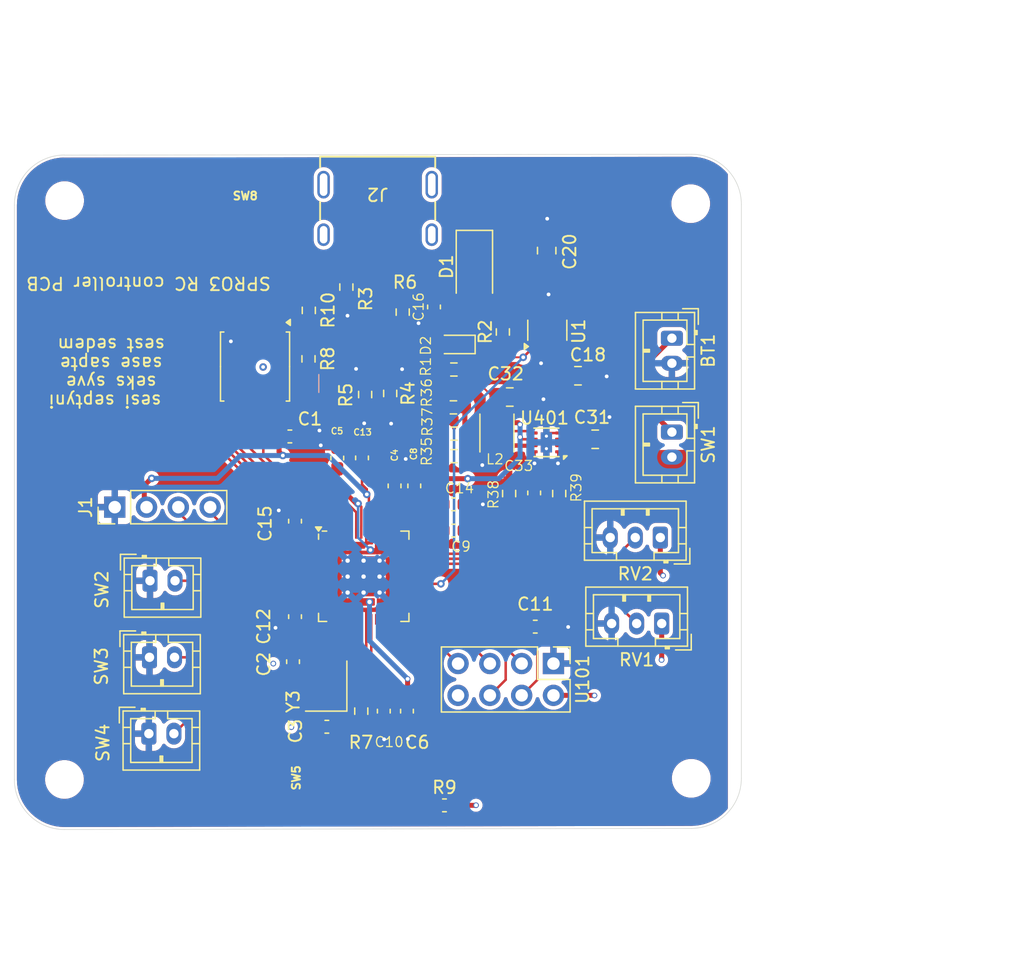
<source format=kicad_pcb>
(kicad_pcb (version 20241229) (generator "pcbnew") (generator_version "9.0")
  (layers (0 "F.Cu" signal) (4 "In1.Cu" signal) (6 "In2.Cu" signal) (2 "B.Cu" signal) (13 "F.Paste" user) (15 "B.Paste" user) (5 "F.SilkS" user "F.Silkscreen") (7 "B.SilkS" user "B.Silkscreen") (1 "F.Mask" user) (3 "B.Mask" user) (25 "Edge.Cuts" user))
  (net 0 "")
  (net 1 "VBAT")
  (net 2 "GND")
  (net 3 "VUSB")
  (net 4 "Net-(D1-A)")
  (net 5 "+1V1")
  (net 6 "/RP2040/XIN")
  (net 7 "+3V3")
  (net 8 "Net-(U401-SW)")
  (net 9 "Net-(U1-PROG)")
  (net 10 "Net-(U2-USB_DM)")
  (net 11 "Net-(U2-USB_DP)")
  (net 12 "/RP2040/XOUT")
  (net 13 "/RP2040/~{USB_BOOT}")
  (net 14 "/RP2040/QSPI_SS")
  (net 15 "Net-(U401-FB)")
  (net 16 "/RP2040/GPIO7")
  (net 17 "/RP2040/QSPI_SD2")
  (net 18 "/RP2040/QSPI_SD1")
  (net 19 "/RP2040/GPIO3")
  (net 20 "/RP2040/GPIO25")
  (net 21 "/RP2040/GPIO8")
  (net 22 "/RP2040/GPIO12")
  (net 23 "/RP2040/GPIO13")
  (net 24 "/RP2040/SWD")
  (net 25 "/RP2040/GPIO24")
  (net 26 "/RP2040/GPIO2")
  (net 27 "/RP2040/SWCLK")
  (net 28 "/RP2040/QSPI_SD0")
  (net 29 "/RP2040/QSPI_SCLK")
  (net 30 "/RP2040/QSPI_SD3")
  (net 31 "/RP2040/GPIO29_ADC3")
  (net 32 "/RP2040/GPIO23")
  (net 33 "/RP2040/GPIO14")
  (net 34 "/RP2040/GPIO15")
  (net 35 "/RP2040/GPIO10")
  (net 36 "/RP2040/GPIO17")
  (net 37 "/RP2040/GPIO9")
  (net 38 "Net-(C3-Pad1)")
  (net 41 "/BMS and power/D2_in")
  (net 42 "/RP2040/GPIO22")
  (net 43 "/RP2040/GPIO28_ADC2")
  (net 44 "/RP2040/RUN")
  (net 45 "/SCL")
  (net 46 "Net-(J2-CC2)")
  (net 48 "Net-(J2-DN1)")
  (net 49 "Net-(J2-DP1)")
  (net 50 "Net-(J2-CC1)")
  (net 52 "Net-(BT1-+)")
  (net 53 "/RP2040/GPIO11")
  (net 54 "/SDA")
  (net 55 "/AnaStk_1")
  (net 56 "/AnaStk_2")
  (net 57 "/Button1")
  (net 58 "/Button2")
  (net 59 "/Button3")
  (net 60 "/CE")
  (net 61 "/MISO")
  (net 62 "/MOSI")
  (net 63 "/CSN")
  (net 64 "/IRQ")
  (net 65 "/SCK")
  (footprint "Resistor_SMD:R_0603_1608Metric_Pad0.98x0.95mm_HandSolder" (layer "F.Cu") (at 144.625 88.85 -90)
    (property "Reference" "R7")
    (property "Value" "820R" (hide yes))
  )
  (footprint "Connector_JST:JST_PH_B2B-PH-K_1x02_P2.00mm_Vertical" (layer "F.Cu") (at 169.434625 59.05 -90)
    (property "Reference" "BT1")
    (property "Value" "Battery_Cell")
  )
  (footprint "Diode_SMD:Vishay_SMPA" (layer "F.Cu") (at 153.659625 53.45 -90)
    (property "Reference" "D1")
    (property "Value" "MSS1P3L-M3/89A" (hide yes))
  )
  (footprint "Capacitor_SMD:C_0603_1608Metric_Pad1.08x0.95mm_HandSolder" (layer "F.Cu") (at 146.425 88.85 -90)
    (property "Reference" "C10")
    (property "Value" "100n" (hide yes))
  )
  (footprint "Resistor_SMD:R_0603_1608Metric_Pad0.98x0.95mm_HandSolder" (layer "F.Cu") (at 152.022125 61.55 180)
    (property "Reference" "R1")
    (property "Value" "240")
  )
  (footprint "Resistor_SMD:R_0603_1608Metric_Pad0.98x0.95mm_HandSolder" (layer "F.Cu") (at 152.034625 68.475 180)
    (property "Reference" "R35")
    (property "Value" "100k" (hide yes))
  )
  (footprint "Capacitor_SMD:C_0603_1608Metric_Pad1.08x0.95mm_HandSolder" (layer "F.Cu") (at 147.284625 70.85 90)
    (property "Reference" "C4")
    (property "Value" "1u" (hide yes))
  )
  (footprint "Capacitor_SMD:C_0603_1608Metric_Pad1.08x0.95mm_HandSolder" (layer "F.Cu") (at 148.859625 70.85 90)
    (property "Reference" "C8")
    (property "Value" "1u" (hide yes))
  )
  (footprint "Package_SO:SOIC-8_5.3x5.3mm_P1.27mm" (layer "F.Cu") (at 136.139625 61.3125 -90)
    (property "Reference" "U3" (hide yes))
    (property "Value" "W25Q128JVS" (hide yes))
  )
  (footprint "Capacitor_SMD:C_0603_1608Metric_Pad1.08x0.95mm_HandSolder" (layer "F.Cu") (at 151.27 96.38)
    (property "Reference" "R9")
    (property "Value" "10k")
  )
  (footprint "Package_TO_SOT_SMD:SOT-23-5" (layer "F.Cu") (at 159.484625 58.4125 90)
    (property "Reference" "U1")
    (property "Value" "MCP73831-2-OT")
  )
  (footprint "Capacitor_SMD:C_0603_1608Metric_Pad1.08x0.95mm_HandSolder" (layer "F.Cu") (at 139.334625 73.67 90)
    (property "Reference" "C15")
    (property "Value" "100n" (hide yes))
  )
  (footprint "Resistor_SMD:R_0603_1608Metric_Pad0.98x0.95mm_HandSolder" (layer "F.Cu") (at 151.9861 64.575)
    (property "Reference" "R36")
    (property "Value" "51k" (hide yes))
  )
  (footprint "Capacitor_SMD:C_0603_1608Metric_Pad1.08x0.95mm_HandSolder" (layer "F.Cu") (at 142.709625 68.625 90)
    (property "Reference" "C5")
    (property "Value" "100n" (hide yes))
  )
  (footprint "Resistor_SMD:R_0603_1608Metric_Pad0.98x0.95mm_HandSolder" (layer "F.Cu") (at 140.434625 56.825 90)
    (property "Reference" "R10")
    (property "Value" "1k" (hide yes))
  )
  (footprint "Capacitor_SMD:C_0805_2012Metric_Pad1.18x1.45mm_HandSolder" (layer "F.Cu") (at 161.934625 62.05)
    (property "Reference" "C18")
    (property "Value" "4.7u")
  )
  (footprint "Main_PCB:SW_TL3342F160QG_TR" (layer "F.Cu") (at 135.225 50.925)
    (property "Reference" "SW8")
    (property "Value" "TL3342F160QG_TR")
  )
  (footprint "Package_DFN_QFN:QFN-56-1EP_7x7mm_P0.4mm_EP3.2x3.2mm" (layer "F.Cu") (at 144.822125 78.075)
    (property "Reference" "U2" (hide yes))
    (property "Value" "RP2040" (hide yes))
  )
  (footprint "Capacitor_SMD:C_0603_1608Metric_Pad1.08x0.95mm_HandSolder" (layer "F.Cu") (at 158.434625 71.4125 90)
    (property "Reference" "C33")
    (property "Value" "100n" (hide yes))
  )
  (footprint "Resistor_SMD:R_0603_1608Metric_Pad0.98x0.95mm_HandSolder" (layer "F.Cu") (at 143.434625 54.9625 -90)
    (property "Reference" "R3")
    (property "Value" "5.1k")
  )
  (footprint "Connector_JST:JST_PH_B2B-PH-K_1x02_P2.00mm_Vertical" (layer "F.Cu") (at 127.659625 90.65)
    (property "Reference" "SW4")
    (property "Value" "SW_Push")
  )
  (footprint "Connector_JST:JST_PH_B2B-PH-K_1x02_P2.00mm_Vertical" (layer "F.Cu") (at 169.434625 66.55 -90)
    (property "Reference" "SW1")
    (property "Value" "Bat_switch")
  )
  (footprint "Resistor_SMD:R_0603_1608Metric_Pad0.98x0.95mm_HandSolder" (layer "F.Cu") (at 144.934625 63.55 -90)
    (property "Reference" "R5")
    (property "Value" "27")
  )
  (footprint "Resistor_SMD:R_0603_1608Metric_Pad0.98x0.95mm_HandSolder" (layer "F.Cu") (at 147.934625 56.9625 -90)
    (property "Reference" "R6")
    (property "Value" "5.1k" (hide yes))
  )
  (footprint "Connector_JST:JST_PH_B3B-PH-K_1x03_P2.00mm_Vertical" (layer "F.Cu") (at 168.62 81.85 180)
    (property "Reference" "RV1")
    (property "Value" "4.7k")
  )
  (footprint "Capacitor_SMD:C_0805_2012Metric_Pad1.18x1.45mm_HandSolder" (layer "F.Cu") (at 156.4861 63.75)
    (property "Reference" "C32")
    (property "Value" "22u" (hide yes))
  )
  (footprint "Resistor_SMD:R_0603_1608Metric_Pad0.98x0.95mm_HandSolder" (layer "F.Cu") (at 160.434625 71.4625 -90)
    (property "Reference" "R39")
    (property "Value" "100k" (hide yes))
  )
  (footprint "Capacitor_SMD:C_0603_1608Metric_Pad1.08x0.95mm_HandSolder" (layer "F.Cu") (at 138.922125 66.9)
    (property "Reference" "C1")
    (property "Value" "100n" (hide yes))
  )
  (footprint "Capacitor_SMD:C_0603_1608Metric_Pad1.08x0.95mm_HandSolder" (layer "F.Cu") (at 139.334625 81.3 -90)
    (property "Reference" "C12")
    (property "Value" "100n" (hide yes))
  )
  (footprint "Resistor_SMD:R_0603_1608Metric_Pad0.98x0.95mm_HandSolder" (layer "F.Cu") (at 155.934625 58.55 -90)
    (property "Reference" "R2")
    (property "Value" "2k")
  )
  (footprint "Package_SON:WSON-8-1EP_2x2mm_P0.5mm_EP0.9x1.6mm_ThermalVias" (layer "F.Cu") (at 159.4111 67.375 180)
    (property "Reference" "U401")
    (property "Value" "TPS62170DSG" (hide yes))
  )
  (footprint "Capacitor_SMD:C_0603_1608Metric_Pad1.08x0.95mm_HandSolder" (layer "F.Cu") (at 158.522125 82.1)
    (property "Reference" "C11")
    (property "Value" "100n" (hide yes))
  )
  (footprint "Capacitor_SMD:C_0603_1608Metric_Pad1.08x0.95mm_HandSolder" (layer "F.Cu") (at 150.434625 56.55 -90)
    (property "Reference" "C16")
    (property "Value" "10u")
  )
  (footprint "Connector_JST:JST_PH_B2B-PH-K_1x02_P2.00mm_Vertical" (layer "F.Cu") (at 127.749625 78.43)
    (property "Reference" "SW2")
    (property "Value" "SW_Push")
  )
  (footprint "Resistor_SMD:R_0603_1608Metric_Pad0.98x0.95mm_HandSolder" (layer "F.Cu") (at 152.0361 66.675 180)
    (property "Reference" "R37")
    (property "Value" "160k" (hide yes))
  )
  (footprint "Capacitor_SMD:C_0603_1608Metric_Pad1.08x0.95mm_HandSolder" (layer "F.Cu") (at 151.997125 72.325)
    (property "Reference" "C14")
    (property "Value" "100n" (hide yes))
  )
  (footprint "Inductor_SMD:L_APV_ANR252012" (layer "F.Cu") (at 155.4611 66.625 90)
    (property "Reference" "L2")
    (property "Value" "2.2u" (hide yes))
  )
  (footprint "Capacitor_SMD:C_0603_1608Metric_Pad1.08x0.95mm_HandSolder" (layer "F.Cu") (at 141.875 90.1 180)
    (property "Reference" "C3")
    (property "Value" "27pF" (hide yes))
  )
  (footprint "Connector_PinHeader_2.54mm:PinHeader_2x04_P2.54mm_Vertical" (layer "F.Cu") (at 159.974625 85.05 -90)
    (property "Reference" "U101")
    (property "Value" "NRF24L01_Breakout")
  )
  (footprint "Capacitor_SMD:C_0805_2012Metric_Pad1.18x1.45mm_HandSolder" (layer "F.Cu") (at 159.434625 52.05 90)
    (property "Reference" "C20")
    (property "Value" "4.7u")
  )
  (footprint "Connector_JST:JST_PH_B2B-PH-K_1x02_P2.00mm_Vertical" (layer "F.Cu") (at 127.709625 84.55)
    (property "Reference" "SW3")
    (property "Value" "SW_Push")
  )
  (footprint "Capacitor_SMD:C_0603_1608Metric_Pad1.08x0.95mm_HandSolder" (layer "F.Cu") (at 139.175 84.9 90)
    (property "Reference" "C2")
    (property "Value" "27pF" (hide yes))
  )
  (footprint "Capacitor_SMD:C_0603_1608Metric_Pad1.08x0.95mm_HandSolder" (layer "F.Cu") (at 151.997125 74.425)
    (property "Reference" "C9")
    (property "Value" "100nx2" (hide yes))
  )
  (footprint "rctg:2171790001_MOL" (layer "F.Cu") (at 145.934625 48.05 180)
    (property "Reference" "J2")
    (property "Value" "2171790001")
  )
  (footprint "Capacitor_SMD:C_0603_1608Metric_Pad1.08x0.95mm_HandSolder" (layer "F.Cu") (at 144.684625 68.6125 90)
    (property "Reference" "C13")
    (property "Value" "100n" (hide yes))
  )
  (footprint "Diode_SMD:D_0603_1608Metric_Pad1.05x0.95mm_HandSolder" (layer "F.Cu") (at 152.059625 59.55 180)
    (property "Reference" "D2")
    (property "Value" "LED" (hide yes))
  )
  (footprint "Connector_JST:JST_PH_B3B-PH-K_1x03_P2.00mm_Vertical" (layer "F.Cu") (at 168.51 74.98 180)
    (property "Reference" "RV2")
    (property "Value" "4.7k")
  )
  (footprint "Connector_PinHeader_2.54mm:PinHeader_1x04_P2.54mm_Vertical" (layer "F.Cu") (at 124.934625 72.55 90)
    (property "Reference" "J1")
    (property "Value" "Conn_01x04")
  )
  (footprint "Crystal:Crystal_SMD_Abracon_ABM8G-4Pin_3.2x2.5mm" (layer "F.Cu") (at 141.825 86.85 90)
    (property "Reference" "Y3")
    (property "Value" "Crystal_GND24_Small" (hide yes))
  )
  (footprint "Main_PCB:SW_TL3342F160QG_TR" (layer "F.Cu") (at 144.325 94.475)
    (property "Reference" "SW5")
    (property "Value" "TL3342F160QG_TR")
  )
  (footprint "Resistor_SMD:R_0603_1608Metric_Pad0.98x0.95mm_HandSolder" (layer "F.Cu") (at 146.934625 63.4625 -90)
    (property "Reference" "R4")
    (property "Value" "27")
  )
  (footprint "Resistor_SMD:R_0603_1608Metric_Pad0.98x0.95mm_HandSolder" (layer "F.Cu") (at 140.409625 60.7 90)
    (property "Reference" "R8")
    (property "Value" "10k" (hide yes))
  )
  (footprint "Capacitor_SMD:C_0603_1608Metric_Pad1.08x0.95mm_HandSolder" (layer "F.Cu") (at 148.275 88.85 -90)
    (property "Reference" "C6")
    (property "Value" "100n" (hide yes))
  )
  (footprint "Resistor_SMD:R_0603_1608Metric_Pad0.98x0.95mm_HandSolder" (layer "F.Cu") (at 156.434625 71.4625 90)
    (property "Reference" "R38")
    (property "Value" "360k" (hide yes))
  )
  (footprint "Capacitor_SMD:C_0805_2012Metric_Pad1.18x1.45mm_HandSolder" (layer "F.Cu") (at 163.309625 67.125)
    (property "Reference" "C31")
    (property "Value" "10u" (hide yes))
  )
  (footprint "MountingHole:MountingHole_2.7mm_M2.5" (layer "B.Cu") (at 120.918402 94.311573 180)
    (property "Reference" "H3" (hide yes))
    (property "Value" "MountingHole")
  )
  (footprint "" (layer "B.Cu") (at 144.809625 76.825 180)
    (property "Reference" "")
    (property "Value" "")
  )
  (footprint "" (layer "B.Cu") (at 144.809625 79.375 180)
    (property "Reference" "")
    (property "Value" "")
  )
  (footprint "" (layer "B.Cu") (at 143.534625 79.375 180)
    (property "Reference" "")
    (property "Value" "")
  )
  (footprint "" (layer "B.Cu") (at 144.809625 78.1 180)
    (property "Reference" "")
    (property "Value" "")
  )
  (footprint "MountingHole:MountingHole_2.7mm_M2.5" (layer "B.Cu") (at 170.94 48.298249 180)
    (property "Reference" "H1" (hide yes))
    (property "Value" "MountingHole")
  )
  (footprint "" (layer "B.Cu") (at 146.084625 79.375 180)
    (property "Reference" "")
    (property "Value" "")
  )
  (footprint "MountingHole:MountingHole_2.7mm_M2.5" (layer "B.Cu") (at 120.92925 48.05 180)
    (property "Reference" "H2" (hide yes))
    (property "Value" "MountingHole")
  )
  (footprint "" (layer "B.Cu") (at 146.084625 78.1 180)
    (property "Reference" "")
    (property "Value" "")
  )
  (footprint "" (layer "B.Cu") (at 143.534625 76.825 180)
    (property "Reference" "")
    (property "Value" "")
  )
  (footprint "MountingHole:MountingHole_2.7mm_M2.5" (layer "B.Cu") (at 170.9816 94.22 180)
    (property "Reference" "H4" (hide yes))
    (property "Value" "MountingHole" (hide yes))
  )
  (footprint "" (layer "B.Cu") (at 143.534625 78.1 180)
    (property "Reference" "")
    (property "Value" "")
  )
  (footprint "" (layer "B.Cu") (at 146.084625 76.825 180)
    (property "Reference" "")
    (property "Value" "")
  )
  (gr_arc (start 116.92 48.41) (mid 118.091573 45.581573) (end 120.92 44.41) (stroke (width 0.05)) (layer "Edge.Cuts"))
  (gr_line (start 120.92 44.419001) (end 170.9816 44.348427) (stroke (width 0.05)) (layer "Edge.Cuts"))
  (gr_line (start 116.92 48.41) (end 116.919998 94.311573) (stroke (width 0.05)) (layer "Edge.Cuts"))
  (gr_arc (start 170.9816 44.348427) (mid 173.810027 45.52) (end 174.9816 48.348427) (stroke (width 0.05)) (layer "Edge.Cuts"))
  (gr_line (start 174.981602 48.348427) (end 174.9816 94.22) (stroke (width 0.05)) (layer "Edge.Cuts"))
  (gr_line (start 120.918427 98.311573) (end 170.9816 98.22) (stroke (width 0.05)) (layer "Edge.Cuts"))
  (gr_arc (start 174.9816 94.22) (mid 173.810029 97.048436) (end 170.9816 98.22) (stroke (width 0.05)) (layer "Edge.Cuts"))
  (gr_arc (start 120.918427 98.311573) (mid 118.09 97.14) (end 116.918427 94.311573) (stroke (width 0.05)) (layer "Edge.Cuts"))
  (gr_text "sase sapte\n" (at 124.65 61.07 180) (layer "F.SilkS") (effects (font (size 1 1))))
  (gr_text "seks syve\n" (at 124.65 62.57 180) (layer "F.SilkS") (effects (font (size 1 1))))
  (gr_text "SPRO3 RC controller PCB\n" (at 127.63 54.66 180) (layer "F.SilkS") (effects (font (size 1 1))))
  (gr_text "sest sedem\n" (at 124.65 59.57 180) (layer "F.SilkS") (effects (font (size 1 1))))
  (gr_text "sesi septyni\n" (at 124.15 64.07 180) (layer "F.SilkS") (effects (font (size 1 1))))
  (gr_text "|" (at 141.775 63.175 0) (layer "B.SilkS") (effects (font (size 1 1) (thickness 0.1)) (justify left bottom mirror)))
  (via (at 137.6 85.05) (size 0.45) (drill 0.3) (layers "F.Cu" "B.Cu") (net 0))
  (via (at 136.784625 61.35) (size 0.6) (drill 0.3) (layers "F.Cu" "B.Cu") (net 0))
  (via (at 139.04 90.13) (size 0.45) (drill 0.3) (layers "F.Cu" "B.Cu") (net 0))
  (segment (start 159.434625 49.540375) (end 159.475 49.5) (width 0.4) (layer "F.Cu") (net 2))
  (segment (start 140.809625 66.9) (end 141.284625 66.425) (width 0.2) (layer "F.Cu") (net 2))
  (segment (start 143.434625 57.159625) (end 143.525 57.25) (width 0.4) (layer "F.Cu") (net 2))
  (segment (start 154.334625 72.325) (end 152.859625 72.325) (width 0.4) (layer "F.Cu") (net 2))
  (segment (start 159.597125 55.5625) (end 159.584625 55.55) (width 0.2) (layer "F.Cu") (net 2))
  (segment (start 142.709625 67.7625) (end 144.672125 67.7625) (width 0.4) (layer "F.Cu") (net 2))
  (segment (start 142.675 85.75) (end 142.675 86.25) (width 0.2) (layer "F.Cu") (net 2))
  (segment (start 143.822125 83.181487) (end 142.966112 84.0375) (width 0.2) (layer "F.Cu") (net 2))
  (segment (start 137.802125 82.1625) (end 137.774625 82.19) (width 0.4) (layer "F.Cu") (net 2))
  (segment (start 144.672125 67.7625) (end 144.684625 67.75) (width 0.4) (layer "F.Cu") (net 2))
  (segment (start 144.809625 78.1) (end 143.534625 79.375) (width 0.4) (layer "F.Cu") (net 2))
  (segment (start 159.597125 59.3875) (end 159.597125 60.4375) (width 0.2) (layer "F.Cu") (net 2))
  (segment (start 139.334625 72.8075) (end 138.037125 72.8075) (width 0.4) (layer "F.Cu") (net 2))
  (segment (start 160.3611 66.625) (end 159.6611 66.625) (width 0.2) (layer "F.Cu") (net 2))
  (segment (start 143.434625 55.875) (end 143.434625 57.159625) (width 0.4) (layer "F.Cu") (net 2))
  (segment (start 152.859625 74.425) (end 152.859625 72.325) (width 0.4) (layer "F.Cu") (net 2))
  (segment (start 160.3611 69.023525) (end 160.334625 69.05) (width 0.2) (layer "F.Cu") (net 2))
  (segment (start 144.822125 78.075) (end 144.822125 78.1125) (width 0.635) (layer "F.Cu") (net 2))
  (segment (start 139.334625 82.1625) (end 137.802125 82.1625) (width 0.4) (layer "F.Cu") (net 2))
  (segment (start 159.434625 51.0125) (end 159.434625 49.540375) (width 0.4) (layer "F.Cu") (net 2))
  (segment (start 159.597125 59.3875) (end 159.597125 55.5625) (width 0.2) (layer "F.Cu") (net 2))
  (segment (start 159.6611 66.625) (end 159.4111 66.875) (width 0.2) (layer "F.Cu") (net 2))
  (segment (start 142.966112 84.0375) (end 139.175 84.0375) (width 0.2) (layer "F.Cu") (net 2))
  (segment (start 134.234625 59.275) (end 134.209625 59.3) (width 0.4) (layer "F.Cu") (net 2))
  (segment (start 143.822125 81.5125) (end 143.822125 83.181487) (width 0.2) (layer "F.Cu") (net 2))
  (segment (start 148.859625 69.9875) (end 148.859625 69.95) (width 0.2) (layer "F.Cu") (net 2))
  (segment (start 134.234625 57.725) (end 134.234625 59.275) (width 0.4) (layer "F.Cu") (net 2))
  (segment (start 158.4611 68.125) (end 158.4611 69.048525) (width 0.2) (layer "F.Cu") (net 2))
  (segment (start 158.4611 69.048525) (end 158.459625 69.05) (width 0.2) (layer "F.Cu") (net 2))
  (segment (start 153.575 68.475) (end 154.29 69.19) (width 0.4) (layer "F.Cu") (net 2))
  (segment (start 148.35 91.1) (end 148.35 91.075) (width 0.4) (layer "F.Cu") (net 2))
  (segment (start 144.822125 78.1125) (end 146.084625 79.375) (width 0.635) (layer "F.Cu") (net 2))
  (segment (start 159.597125 60.4375) (end 158.984625 61.05) (width 0.2) (layer "F.Cu") (net 2))
  (segment (start 152.947125 68.475) (end 153.575 68.475) (width 0.4) (layer "F.Cu") (net 2))
  (segment (start 139.784625 66.9) (end 140.809625 66.9) (width 0.2) (layer "F.Cu") (net 2))
  (segment (start 142.675 86.25) (end 140.975 87.95) (width 0.2) (layer "F.Cu") (net 2))
  (segment (start 143.534625 76.825) (end 143.572125 76.825) (width 0.635) (layer "F.Cu") (net 2))
  (segment (start 160.3611 68.125) (end 160.3611 69.023525) (width 0.2) (layer "F.Cu") (net 2))
  (segment (start 144.822125 78.075) (end 144.834625 78.075) (width 0.635) (layer "F.Cu") (net 2))
  (segment (start 143.572125 76.825) (end 144.822125 78.075) (width 0.635) (layer "F.Cu") (net 2))
  (segment (start 144.834625 78.075) (end 146.084625 76.825) (width 0.635) (layer "F.Cu") (net 2))
  (via (at 164.225 62.1) (size 0.45) (drill 0.3) (layers "F.Cu" "B.Cu") (net 2))
  (via (at 141.39 67.61) (size 0.6) (drill 0.3) (layers "F.Cu" "B.Cu") (net 2))
  (via (at 146.45 91.1) (size 0.45) (drill 0.3) (layers "F.Cu" "B.Cu") (net 2))
  (via (at 144.209625 61.5) (size 0.6) (drill 0.3) (layers "F.Cu" "B.Cu") (net 2))
  (via (at 147.009625 65.875) (size 0.6) (drill 0.3) (layers "F.Cu" "B.Cu") (net 2))
  (via (at 159.475 49.5) (size 0.45) (drill 0.3) (layers "F.Cu" "B.Cu") (net 2))
  (via (at 154.29 69.19) (size 0.45) (drill 0.3) (layers "F.Cu" "B.Cu") (net 2))
  (via (at 161.15 82.125) (size 0.45) (drill 0.3) (layers "F.Cu" "B.Cu") (net 2))
  (via (at 134.209625 59.3) (size 0.6) (drill 0.3) (layers "F.Cu" "B.Cu") (net 2))
  (via (at 158.459625 69.05) (size 0.6) (drill 0.3) (layers "F.Cu" "B.Cu") (net 2))
  (via (at 164.45 65.35) (size 0.45) (drill 0.3) (layers "F.Cu" "B.Cu") (net 2))
  (via (at 158.984625 61.05) (size 0.6) (drill 0.3) (layers "F.Cu" "B.Cu") (net 2))
  (via (at 148.175 68.7) (size 0.6) (drill 0.3) (layers "F.Cu" "B.Cu") (net 2))
  (via (at 160.334625 69.05) (size 0.6) (drill 0.3) (layers "F.Cu" "B.Cu") (net 2))
  (via (at 138.034625 72.81) (size 0.6) (drill 0.3) (layers "F.Cu" "B.Cu") (net 2))
  (via (at 149.2 57.85) (size 0.45) (drill 0.3) (layers "F.Cu" "B.Cu") (net 2))
  (via (at 148.35 91.075) (size 0.45) (drill 0.3) (layers "F.Cu" "B.Cu") (net 2))
  (via (at 154.334625 72.325) (size 0.6) (drill 0.3) (layers "F.Cu" "B.Cu") (net 2))
  (via (at 159.584625 55.55) (size 0.6) (drill 0.3) (layers "F.Cu" "B.Cu") (net 2))
  (via (at 141.284625 66.425) (size 0.6) (drill 0.3) (layers "F.Cu" "B.Cu") (net 2))
  (via (at 147.884625 61.525) (size 0.6) (drill 0.3) (layers "F.Cu" "B.Cu") (net 2))
  (via (at 144.859625 65.85) (size 0.6) (drill 0.3) (layers "F.Cu" "B.Cu") (net 2))
  (via (at 137.774625 82.19) (size 0.6) (drill 0.3) (layers "F.Cu" "B.Cu") (net 2))
  (via (at 159.175 63.925) (size 0.45) (drill 0.3) (layers "F.Cu" "B.Cu") (net 2))
  (via (at 143.525 57.25) (size 0.45) (drill 0.3) (layers "F.Cu" "B.Cu") (net 2))
  (segment (start 146.084625 79.375) (end 146.084625 76.825) (width 0.635) (layer "B.Cu") (net 2))
  (segment (start 145.784625 79.075) (end 146.084625 79.375) (width 0.635) (layer "B.Cu") (net 2))
  (segment (start 143.534625 79.375) (end 143.834625 79.075) (width 0.635) (layer "B.Cu") (net 2))
  (segment (start 146.084625 76.825) (end 143.534625 76.825) (width 0.635) (layer "B.Cu") (net 2))
  (segment (start 146.084625 78.1) (end 143.534625 78.1) (width 0.635) (layer "B.Cu") (net 2))
  (segment (start 144.809625 76.825) (end 144.809625 79.375) (width 0.635) (layer "B.Cu") (net 2))
  (segment (start 143.534625 79.375) (end 143.534625 76.825) (width 0.635) (layer "B.Cu") (net 2))
  (segment (start 143.834625 79.075) (end 145.784625 79.075) (width 0.635) (layer "B.Cu") (net 2))
  (segment (start 159.609625 53.4125) (end 154.832125 53.4125) (width 0.4) (layer "F.Cu") (net 3))
  (segment (start 160.434625 54.0875) (end 160.434625 57.275) (width 0.4) (layer "F.Cu") (net 3))
  (segment (start 159.434625 53.0875) (end 160.434625 54.0875) (width 0.4) (layer "F.Cu") (net 3))
  (segment (start 154.832125 53.4125) (end 153.659625 52.24) (width 0.4) (layer "F.Cu") (net 3))
  (segment (start 153.432125 55.6875) (end 153.659625 55.46) (width 0.4) (layer "F.Cu") (net 4))
  (segment (start 148.334625 51.353199) (end 148.334625 52.614625) (width 0.4) (layer "F.Cu") (net 4))
  (segment (start 148.334625 49.95) (end 147.664625 49.28) (width 0.4) (layer "F.Cu") (net 4))
  (segment (start 143.534625 50.075375) (end 143.534625 51.353199) (width 0.4) (layer "F.Cu") (net 4))
  (segment (start 148.334625 52.614625) (end 150.434625 54.714625) (width 0.4) (layer "F.Cu") (net 4))
  (segment (start 147.664625 49.28) (end 144.33 49.28) (width 0.4) (layer "F.Cu") (net 4))
  (segment (start 150.434625 55.6875) (end 153.432125 55.6875) (width 0.4) (layer "F.Cu") (net 4))
  (segment (start 144.33 49.28) (end 143.534625 50.075375) (width 0.4) (layer "F.Cu") (net 4))
  (segment (start 148.334625 51.353199) (end 148.334625 49.95) (width 0.4) (layer "F.Cu") (net 4))
  (segment (start 150.434625 54.714625) (end 150.434625 55.6875) (width 0.4) (layer "F.Cu") (net 4))
  (segment (start 146.622125 75.48125) (end 146.473125 75.63025) (width 0.2) (layer "F.Cu") (net 5))
  (segment (start 146.622125 72.375) (end 147.284625 71.7125) (width 0.2) (layer "F.Cu") (net 5))
  (segment (start 146.622125 74.6375) (end 146.622125 75.48125) (width 0.2) (layer "F.Cu") (net 5))
  (segment (start 146.622125 74.6375) (end 146.622125 72.375) (width 0.2) (layer "F.Cu") (net 5))
  (segment (start 144.622125 74.0875) (end 144.625125 74.0845) (width 0.2) (layer "F.Cu") (net 5))
  (segment (start 148.325 87.9375) (end 148.275 87.9875) (width 0.4) (layer "F.Cu") (net 5))
  (segment (start 142.709625 70.754914) (end 144.217946 72.263235) (width 0.381) (layer "F.Cu") (net 5))
  (segment (start 145.422125 85.134625) (end 148.275 87.9875) (width 0.2) (layer "F.Cu") (net 5))
  (segment (start 144.625125 74.0845) (end 144.625125 72.51697) (width 0.2) (layer "F.Cu") (net 5))
  (segment (start 145.422125 81.5125) (end 145.422125 85.134625) (width 0.2) (layer "F.Cu") (net 5))
  (segment (start 144.217946 72.263235) (end 144.37139 72.263235) (width 0.381) (layer "F.Cu") (net 5))
  (segment (start 142.709625 70.754914) (end 142.709625 69.4875) (width 0.381) (layer "F.Cu") (net 5))
  (segment (start 144.625125 72.51697) (end 144.37139 72.263235) (width 0.2) (layer "F.Cu") (net 5))
  (segment (start 148.325 86.275) (end 148.325 87.9375) (width 0.4) (layer "F.Cu") (net 5))
  (segment (start 144.622125 74.6375) (end 144.622125 74.0875) (width 0.2) (layer "F.Cu") (net 5))
  (via (at 145.356529 75.974282) (size 0.6) (drill 0.3) (layers "F.Cu" "B.Cu") (net 5))
  (via (at 144.37139 72.263235) (size 0.6) (drill 0.3) (layers "F.Cu" "B.Cu") (net 5))
  (via (at 148.325 86.275) (size 0.45) (drill 0.3) (layers "F.Cu" "B.Cu") (net 5))
  (via (at 145.284625 80.125002) (size 0.6) (drill 0.35) (layers "F.Cu" "B.Cu") (net 5))
  (segment (start 144.37139 72.263235) (end 144.37139 74.989143) (width 0.2) (layer "B.Cu") (net 5))
  (segment (start 144.16036 71.975735) (end 144.08389 71.975735) (width 0.4) (layer "B.Cu") (net 5))
  (segment (start 144.37139 74.989143) (end 145.356529 75.974282) (width 0.2) (layer "B.Cu") (net 5))
  (segment (start 145.284625 83.234625) (end 148.325 86.275) (width 0.4) (layer "B.Cu") (net 5))
  (segment (start 144.209625 72.025) (end 144.16036 71.975735) (width 0.4) (layer "B.Cu") (net 5))
  (segment (start 145.284625 80.125002) (end 145.284625 83.234625) (width 0.4) (layer "B.Cu") (net 5))
  (segment (start 139.175 85.7625) (end 140.9625 85.7625) (width 0.4) (layer "F.Cu") (net 6))
  (segment (start 144.222125 81.5125) (end 144.222125 83.277875) (width 0.2) (layer "F.Cu") (net 6))
  (segment (start 144.222125 83.277875) (end 143 84.5) (width 0.2) (layer "F.Cu") (net 6))
  (segment (start 141.475 84.5) (end 140.975 85) (width 0.2) (layer "F.Cu") (net 6))
  (segment (start 140.9625 85.7625) (end 140.975 85.75) (width 0.4) (layer "F.Cu") (net 6))
  (segment (start 143 84.5) (end 141.475 84.5) (width 0.2) (layer "F.Cu") (net 6))
  (segment (start 140.975 85) (end 140.975 85.75) (width 0.2) (layer "F.Cu") (net 6))
  (segment (start 145.422125 74.6375) (end 145.422125 73.4125) (width 0.2) (layer "F.Cu") (net 7))
  (segment (start 157.159625 65.8) (end 157.309625 65.95) (width 0.4) (layer "F.Cu") (net 7))
  (segment (start 146.425 87.075) (end 146.15 86.8) (width 0.4) (layer "F.Cu") (net 7))
  (segment (start 151.134625 72.325) (end 151.134625 70.275) (width 0.4) (layer "F.Cu") (net 7))
  (segment (start 148.259625 79.075) (end 147.384625 79.075) (width 0.2) (layer "F.Cu") (net 7))
  (segment (start 148.859625 72.8) (end 148.859625 71.7125) (width 0.2) (layer "F.Cu") (net 7))
  (segment (start 139.334625 75.225) (end 139.334625 74.5325) (width 0.2) (layer "F.Cu") (net 7))
  (segment (start 144.684625 70.735) (end 144.684625 69.475) (width 0.2) (layer "F.Cu") (net 7))
  (segment (start 138.059625 68.125) (end 138.359625 68.425) (width 0.4) (layer "F.Cu") (net 7))
  (segment (start 138.044625 64.9) (end 139.409625 64.9) (width 0.4) (layer "F.Cu") (net 7))
  (segment (start 141.384625 75.475) (end 142.559625 75.475) (width 0.2) (layer "F.Cu") (net 7))
  (segment (start 145.026125 74.3585) (end 145.022125 74.3625) (width 0.2) (layer "F.Cu") (net 7))
  (segment (start 145.422125 74.6375) (end 145.422125 75.3875) (width 0.2) (layer "F.Cu") (net 7))
  (segment (start 157.484625 67.125) (end 157.309625 66.95) (width 0.2) (layer "F.Cu") (net 7))
  (segment (start 153.78 96.38) (end 153.79 96.37) (width 0.4) (layer "F.Cu") (net 7))
  (segment (start 147.022125 75.16325) (end 147.022125 74.6375) (width 0.2) (layer "F.Cu") (net 7))
  (segment (start 145.234625 73.225) (end 145.234625 71.697018) (width 0.2) (layer "F.Cu") (net 7))
  (segment (start 145.234625 71.697018) (end 145.064875 71.527268) (width 0.2) (layer "F.Cu") (net 7))
  (segment (start 145.022125 74.6375) (end 145.022125 75.3875) (width 0.2) (layer "F.Cu") (net 7))
  (segment (start 139.334625 79.541482) (end 139.334625 80.4375) (width 0.2) (layer "F.Cu") (net 7))
  (segment (start 147.362125 75.50325) (end 147.022125 75.16325) (width 0.2) (layer "F.Cu") (net 7))
  (segment (start 145.422125 75.3875) (end 145.384625 75.425) (width 0.2) (layer "F.Cu") (net 7))
  (segment (start 140.409625 63.9) (end 140.409625 61.6125) (width 0.4) (layer "F.Cu") (net 7))
  (segment (start 150.084625 75.475) (end 151.134625 74.425) (width 0.2) (layer "F.Cu") (net 7))
  (segment (start 155.134625 63.75) (end 155.4486 63.75) (width 0.15) (layer "F.Cu") (net 7))
  (segment (start 168.51 77.8) (end 168.73 78.02) (width 0.4) (layer "F.Cu") (net 7))
  (segment (start 148.259625 75.475) (end 147.390375 75.475) (width 0.2) (layer "F.Cu") (net 7))
  (segment (start 145.022125 74.3625) (end 145.022125 74.6375) (width 0.2) (layer "F.Cu") (net 7))
  (segment (start 158.4611 67.125) (end 157.484625 67.125) (width 0.2) (layer "F.Cu") (net 7))
  (segment (start 168.62 84.75) (end 168.61 84.76) (width 0.4) (layer "F.Cu") (net 7))
  (segment (start 139.584625 75.475) (end 139.334625 75.225) (width 0.2) (layer "F.Cu") (net 7))
  (segment (start 148.285822 79.075) (end 150.009625 79.075) (width 0.2) (layer "F.Cu") (net 7))
  (segment (start 152.934625 61.55) (end 155.134625 63.75) (width 0.15) (layer "F.Cu") (net 7))
  (segment (start 155.4611 65.8) (end 155.4611 63.7625) (width 0.4) (layer "F.Cu") (net 7))
  (segment (start 151.134625 74.425) (end 151.134625 72.325) (width 0.4) (layer "F.Cu") (net 7))
  (segment (start 152.934625 70.275) (end 152.909625 70.275) (width 0.4) (layer "F.Cu") (net 7))
  (segment (start 147.022125 74.6375) (end 148.859625 72.8) (width 0.2) (layer "F.Cu") (net 7))
  (segment (start 145.026125 73.4335) (end 145.026125 74.3585) (width 0.2) (layer "F.Cu") (net 7))
  (segment (start 154.441825 80.923) (end 155.618825 82.1) (width 0.2) (layer "F.Cu") (net 7))
  (segment (start 151.134625 68.4875) (end 151.122125 68.475) (width 0.4) (layer "F.Cu") (net 7))
  (segment (start 152.1325 96.38) (end 153.78 96.38) (width 0.4) (layer "F.Cu") (net 7))
  (segment (start 141.384625 75.475) (end 139.584625 75.475) (width 0.2) (layer "F.Cu") (net 7))
  (segment (start 145.422125 73.4125) (end 145.234625 73.225) (width 0.2) (layer "F.Cu") (net 7))
  (segment (start 139.409625 64.9) (end 140.409625 63.9) (width 0.4) (layer "F.Cu") (net 7))
  (segment (start 127.294625 70.815) (end 127.294625 72.775) (width 0.4) (layer "F.Cu") (net 7))
  (segment (start 146.425 87.9875) (end 146.425 87.075) (width 0.4) (layer "F.Cu") (net 7))
  (segment (start 142.309625 79.075) (end 142.334625 79.1) (width 0.2) (layer "F.Cu") (net 7))
  (segment (start 147.384625 79.075) (end 147.159625 79.075) (width 0.2) (layer "F.Cu") (net 7))
  (segment (start 145.022125 75.3875) (end 145.059625 75.425) (width 0.2) (layer "F.Cu") (net 7))
  (segment (start 151.122125 68.475) (end 151.122125 66.676475) (width 0.4) (layer "F.Cu") (net 7))
  (segment (start 144.959625 80.85) (end 144.859625 80.75) (width 0.2) (layer "F.Cu") (net 7))
  (segment (start 151.134625 70.275) (end 151.134625 68.4875) (width 0.4) (layer "F.Cu") (net 7))
  (segment (start 152.909625 70.275) (end 153.134625 70.275) (width 0.4) (layer "F.Cu") (net 7))
  (segment (start 138.044625 64.9) (end 138.044625 66.885) (width 0.4) (layer "F.Cu") (net 7))
  (segment (start 151.084625 68.5125) (end 151.122125 68.475) (width 0.4) (layer "F.Cu") (net 7))
  (segment (start 138.059625 66.9) (end 138.059625 68.125) (width 0.4) (layer "F.Cu") (net 7))
  (segment (start 138.044625 66.885) (end 138.059625 66.9) (width 0.4) (layer "F.Cu") (net 7))
  (segment (start 145.022125 81.5125) (end 145.022125 80.9125) (width 0.2) (layer "F.Cu") (net 7))
  (segment (start 141.384625 79.075) (end 139.801107 79.075) (width 0.2) (layer "F.Cu") (net 7))
  (segment (start 127.884625 70.25) (end 127.859625 70.25) (width 0.4) (layer "F.Cu") (net 7))
  (segment (start 155.4611 63.7625) (end 155.4486 63.75) (width 0.4) (layer "F.Cu") (net 7))
  (segment (start 155.4611 65.8) (end 157.159625 65.8) (width 0.4) (layer "F.Cu") (net 7))
  (segment (start 163.24 87.59) (end 163.25 87.6) (width 0.4) (layer "F.Cu") (net 7))
  (segment (start 141.384625 79.075) (end 142.309625 79.075) (width 0.2) (layer "F.Cu") (net 7))
  (segment (start 147.422125 74.6375) (end 147.422125 75.43625) (width 0.2) (layer "F.Cu") (net 7))
  (segment (start 145.064875 71.11525) (end 144.684625 70.735) (width 0.2) (layer "F.Cu") (net 7))
  (segment (start 145.022125 80.9125) (end 144.959625 80.85) (width 0.2) (layer "F.Cu") (net 7))
  (segment (start 151.109625 74.425) (end 151.134625 74.425) (width 0.2) (layer "F.Cu") (net 7))
  (segment (start 168.62 81.85) (end 168.62 84.75) (width 0.4) (layer "F.Cu") (net 7))
  (segment (start 139.801107 79.075) (end 139.334625 79.541482) (width 0.2) (layer "F.Cu") (net 7))
  (segment (start 145.022125 81.5125) (end 145.022125 85.672125) (width 0.2) (layer "F.Cu") (net 7))
  (segment (start 148.259625 75.475) (end 150.084625 75.475) (width 0.2) (layer "F.Cu") (net 7))
  (segment (start 145.234625 73.225) (end 145.026125 73.4335) (width 0.2) (layer "F.Cu") (net 7))
  (segment (start 150.009625 79.075) (end 151.857625 80.923) (width 0.2) (layer "F.Cu") (net 7))
  (segment (start 145.022125 85.672125) (end 146.15 86.8) (width 0.2) (layer "F.Cu") (net 7))
  (segment (start 151.857625 80.923) (end 154.441825 80.923) (width 0.2) (layer "F.Cu") (net 7))
  (segment (start 151.134625 70.275) (end 152.934625 70.275) (width 0.4) (layer "F.Cu") (net 7))
  (segment (start 144.859625 80.75) (end 144.534625 80.75) (width 0.2) (layer "F.Cu") (net 7))
  (segment (start 155.618825 82.1) (end 157.659625 82.1) (width 0.2) (layer "F.Cu") (net 7))
  (segment (start 147.422125 75.43625) (end 147.489125 75.50325) (width 0.2) (layer "F.Cu") (net 7))
  (segment (start 159.974625 87.59) (end 163.24 87.59) (width 0.4) (layer "F.Cu") (net 7))
  (segment (start 168.51 74.98) (end 168.51 77.8) (width 0.4) (layer "F.Cu") (net 7))
  (segment (start 151.122125 66.676475) (end 151.1236 66.675) (width 0.4) (layer "F.Cu") (net 7))
  (segment (start 145.064875 71.527268) (end 145.064875 71.11525) (width 0.2) (layer "F.Cu") (net 7))
  (segment (start 127.859625 70.25) (end 127.294625 70.815) (width 0.4) (layer "F.Cu") (net 7))
  (via (at 138.359625 68.425) (size 0.6) (drill 0.3) (layers "F.Cu" "B.Cu") (net 7))
  (via (at 145.064875 71.527268) (size 0.6) (drill 0.3) (layers "F.Cu" "B.Cu") (net 7))
  (via (at 163.25 87.6) (size 0.45) (drill 0.3) (layers "F.Cu" "B.Cu") (net 7))
  (via (at 157.309625 65.95) (size 0.45) (drill 0.3) (layers "F.Cu" "B.Cu") (net 7))
  (via (at 127.884625 70.25) (size 0.6) (drill 0.3) (layers "F.Cu" "B.Cu") (net 7))
  (via (at 168.61 84.76) (size 0.45) (drill 0.3) (layers "F.Cu" "B.Cu") (net 7))
  (via (at 157.309625 66.95) (size 0.45) (drill 0.3) (layers "F.Cu" "B.Cu") (net 7))
  (via (at 153.134625 70.275) (size 0.6) (drill 0.3) (layers "F.Cu" "B.Cu") (net 7))
  (via (at 153.79 96.37) (size 0.45) (drill 0.3) (layers "F.Cu" "B.Cu") (net 7))
  (via (at 168.73 78.02) (size 0.45) (drill 0.3) (layers "F.Cu" "B.Cu") (net 7))
  (segment (start 138.359625 68.425) (end 141.962607 68.425) (width 0.4) (layer "B.Cu") (net 7))
  (segment (start 127.884625 70.25) (end 133.134625 70.25) (width 0.4) (layer "B.Cu") (net 7))
  (segment (start 141.962607 68.425) (end 145.064875 71.527268) (width 0.4) (layer "B.Cu") (net 7))
  (segment (start 157.309625 68.575) (end 155.609625 70.275) (width 0.4) (layer "B.Cu") (net 7))
  (segment (start 134.959625 68.425) (end 138.359625 68.425) (width 0.4) (layer "B.Cu") (net 7))
  (segment (start 155.609625 70.275) (end 153.134625 70.275) (width 0.4) (layer "B.Cu") (net 7))
  (segment (start 157.309625 67.075) (end 157.309625 68.575) (width 0.4) (layer "B.Cu") (net 7))
  (segment (start 133.134625 70.25) (end 134.959625 68.425) (width 0.4) (layer "B.Cu") (net 7))
  (segment (start 157.309625 65.95) (end 157.309625 67.075) (width 0.4) (layer "B.Cu") (net 7))
  (segment (start 158.222125 57.5875) (end 158.534625 57.275) (width 0.4) (layer "F.Cu") (net 9))
  (segment (start 156.459625 57.5875) (end 158.222125 57.5875) (width 0.4) (layer "F.Cu") (net 9))
  (segment (start 146.959625 64.6125) (end 146.222125 65.35) (width 0.2) (layer "F.Cu") (net 10))
  (segment (start 146.222125 65.35) (end 146.222125 74.6375) (width 0.2) (layer "F.Cu") (net 10))
  (segment (start 145.209625 64.6125) (end 145.822125 65.225) (width 0.2) (layer "F.Cu") (net 11))
  (segment (start 145.822125 65.225) (end 145.822125 74.6375) (width 0.2) (layer "F.Cu") (net 11))
  (segment (start 144.622125 81.5125) (end 144.622125 87.934625) (width 0.2) (layer "F.Cu") (net 12))
  (segment (start 144.622125 87.934625) (end 144.625 87.9375) (width 0.2) (layer "F.Cu") (net 12))
  (segment (start 138.459625 53.9375) (end 138.459625 52.775) (width 0.5) (layer "F.Cu") (net 13))
  (segment (start 140.434625 55.9125) (end 138.459625 53.9375) (width 0.5) (layer "F.Cu") (net 13))
  (segment (start 132.075 52.825) (end 138.375 52.825) (width 0.4) (layer "F.Cu") (net 13))
  (segment (start 138.057125 57.7375) (end 138.044625 57.725) (width 0.5) (layer "F.Cu") (net 14))
  (segment (start 137.431664 56.052961) (end 132.831664 56.052961) (width 0.2) (layer "F.Cu") (net 14))
  (segment (start 139.765425 71.343577) (end 136.704434 71.343574) (width 0.2) (layer "F.Cu") (net 14))
  (segment (start 140.434625 57.7375) (end 138.057125 57.7375) (width 0.5) (layer "F.Cu") (net 14))
  (segment (start 138.044625 57.725) (end 138.044625 56.665922) (width 0.2) (layer "F.Cu") (net 14))
  (segment (start 132.831664 56.052961) (end 132.159625 56.725) (width 0.2) (layer "F.Cu") (net 14))
  (segment (start 138.044625 56.665922) (end 137.431664 56.052961) (width 0.2) (layer "F.Cu") (net 14))
  (segment (start 140.409625 59.7875) (end 140.409625 57.7625) (width 0.4) (layer "F.Cu") (net 14))
  (segment (start 142.222125 74.6375) (end 142.222125 73.800277) (width 0.2) (layer "F.Cu") (net 14))
  (segment (start 132.160586 66.799726) (end 132.160586 56.717411) (width 0.2) (layer "F.Cu") (net 14))
  (segment (start 139.766905 71.345057) (end 139.765425 71.345057) (width 0.2) (layer "F.Cu") (net 14))
  (segment (start 140.409625 57.7625) (end 140.434625 57.7375) (width 0.4) (layer "F.Cu") (net 14))
  (segment (start 136.704434 71.343574) (end 132.160586 66.799726) (width 0.2) (layer "F.Cu") (net 14))
  (segment (start 142.222125 73.800277) (end 139.766905 71.345057) (width 0.2) (layer "F.Cu") (net 14))
  (segment (start 153.1486 66.475) (end 152.9486 66.675) (width 0.2) (layer "F.Cu") (net 15))
  (segment (start 158.4611 66.625) (end 158.3111 66.475) (width 0.2) (layer "F.Cu") (net 15))
  (segment (start 152.8986 64.575) (end 152.8986 66.625) (width 0.4) (layer "F.Cu") (net 15))
  (segment (start 152.8986 66.625) (end 152.9486 66.675) (width 0.4) (layer "F.Cu") (net 15))
  (segment (start 158.3111 66.475) (end 153.1486 66.475) (width 0.2) (layer "F.Cu") (net 15))
  (segment (start 140.096397 70.544537) (end 137.035408 70.544536) (width 0.2) (layer "F.Cu") (net 17))
  (segment (start 143.022125 73.46763) (end 140.100512 70.546017) (width 0.2) (layer "F.Cu") (net 17))
  (segment (start 135.530414 61.117086) (end 135.530414 58.069086) (width 0.2) (layer "F.Cu") (net 17))
  (segment (start 132.958664 63.688836) (end 135.530414 61.117086) (width 0.2) (layer "F.Cu") (net 17))
  (segment (start 143.022125 74.6375) (end 143.022125 73.46763) (width 0.2) (layer "F.Cu") (net 17))
  (segment (start 140.100512 70.546017) (end 140.099971 70.546017) (width 0.2) (layer "F.Cu") (net 17))
  (segment (start 132.959625 66.468753) (end 132.959625 63.681247) (width 0.2) (layer "F.Cu") (net 17))
  (segment (start 137.035408 70.544536) (end 132.959625 66.468753) (width 0.2) (layer "F.Cu") (net 17))
  (segment (start 142.622125 74.6375) (end 142.622125 73.633177) (width 0.2) (layer "F.Cu") (net 18))
  (segment (start 136.520586 56.560961) (end 133.085664 56.560961) (width 0.2) (layer "F.Cu") (net 18))
  (segment (start 136.774625 56.815) (end 136.520586 56.560961) (width 0.2) (layer "F.Cu") (net 18))
  (segment (start 133.085664 56.560961) (end 132.559144 57.087481) (width 0.2) (layer "F.Cu") (net 18))
  (segment (start 139.930911 70.944057) (end 136.869921 70.944055) (width 0.2) (layer "F.Cu") (net 18))
  (segment (start 132.560105 66.634239) (end 132.560105 57.079892) (width 0.2) (layer "F.Cu") (net 18))
  (segment (start 142.622125 73.633177) (end 139.961786 70.972838) (width 0.2) (layer "F.Cu") (net 18))
  (segment (start 136.774625 57.725) (end 136.774625 56.815) (width 0.2) (layer "F.Cu") (net 18))
  (segment (start 136.869921 70.944055) (end 132.560105 66.634239) (width 0.2) (layer "F.Cu") (net 18))
  (segment (start 134.261375 67.205497) (end 134.261375 65.261497) (width 0.2) (layer "F.Cu") (net 28))
  (segment (start 137.200895 70.145017) (end 134.261375 67.205497) (width 0.2) (layer "F.Cu") (net 28))
  (segment (start 143.422125 73.302624) (end 140.264518 70.145017) (width 0.2) (layer "F.Cu") (net 28))
  (segment (start 143.422125 74.6375) (end 143.422125 73.302624) (width 0.2) (layer "F.Cu") (net 28))
  (segment (start 140.264518 70.145017) (end 140.263977 70.145017) (width 0.2) (layer "F.Cu") (net 28))
  (segment (start 140.261883 70.145017) (end 137.200895 70.145017) (width 0.2) (layer "F.Cu") (net 28))
  (segment (start 137.64275 69.745497) (end 135.531375 67.634122) (width 0.2) (layer "F.Cu") (net 29))
  (segment (start 135.531375 67.634122) (end 135.531375 65.261497) (width 0.2) (layer "F.Cu") (net 29))
  (segment (start 143.822125 73.469724) (end 143.823125 73.468724) (width 0.2) (layer "F.Cu") (net 29))
  (segment (start 140.860613 70.174012) (end 140.858637 70.174012) (width 0.2) (layer "F.Cu") (net 29))
  (segment (start 143.823125 73.468724) (end 143.823125 73.136524) (width 0.2) (layer "F.Cu") (net 29))
  (segment (start 143.823125 73.136524) (end 140.860613 70.174012) (width 0.2) (layer "F.Cu") (net 29))
  (segment (start 143.822125 74.6375) (end 143.822125 73.469724) (width 0.2) (layer "F.Cu") (net 29))
  (segment (start 140.427369 69.745497) (end 137.64275 69.745497) (width 0.2) (layer "F.Cu") (net 29))
  (segment (start 140.858637 70.174012) (end 140.431602 69.746977) (width 0.2) (layer "F.Cu") (net 29))
  (segment (start 136.801375 68.339116) (end 137.808236 69.345977) (width 0.2) (layer "F.Cu") (net 30))
  (segment (start 144.224125 73.634824) (end 144.224125 72.9645) (width 0.2) (layer "F.Cu") (net 30))
  (segment (start 144.222125 73.636824) (end 144.224125 73.634824) (width 0.2) (layer "F.Cu") (net 30))
  (segment (start 137.808236 69.345977) (end 140.592855 69.345977) (width 0.2) (layer "F.Cu") (net 30))
  (segment (start 144.222125 74.6375) (end 144.222125 73.636824) (width 0.2) (layer "F.Cu") (net 30))
  (segment (start 144.224125 72.9645) (end 140.604122 69.344497) (width 0.2) (layer "F.Cu") (net 30))
  (segment (start 136.801375 65.261497) (end 136.801375 68.339116) (width 0.2) (layer "F.Cu") (net 30))
  (segment (start 140.604122 69.344497) (end 140.592855 69.344497) (width 0.2) (layer "F.Cu") (net 30))
  (segment (start 151.109625 59.625) (end 151.184625 59.55) (width 0.15) (layer "F.Cu") (net 41))
  (segment (start 151.109625 61.55) (end 151.109625 59.625) (width 0.15) (layer "F.Cu") (net 41))
  (segment (start 148.259625 78.675) (end 150.984625 78.675) (width 0.2) (layer "F.Cu") (net 42))
  (segment (start 152.934625 59.55) (end 153.959625 60.575) (width 0.15) (layer "F.Cu") (net 42))
  (segment (start 153.959625 60.575) (end 157.559625 60.575) (width 0.15) (layer "F.Cu") (net 42))
  (segment (start 158.647125 59.3875) (end 158.647125 59.4875) (width 0.2) (layer "F.Cu") (net 42))
  (segment (start 158.647125 59.4875) (end 157.559625 60.575) (width 0.2) (layer "F.Cu") (net 42))
  (via (at 150.984625 78.675) (size 0.6) (drill 0.3) (layers "F.Cu" "B.Cu") (net 42))
  (via (at 157.559625 60.575) (size 0.6) (drill 0.3) (layers "F.Cu" "B.Cu") (net 42))
  (segment (start 157.559625 60.575) (end 152.034625 66.1) (width 0.2) (layer "B.Cu") (net 42))
  (segment (start 152.034625 77.625) (end 150.984625 78.675) (width 0.2) (layer "B.Cu") (net 42))
  (segment (start 152.034625 66.1) (end 152.034625 77.625) (width 0.2) (layer "B.Cu") (net 42))
  (segment (start 158.534625 72.375) (end 158.434625 72.275) (width 0.15) (layer "F.Cu") (net 43))
  (segment (start 155.309625 75.575) (end 155.309625 73.1) (width 0.2) (layer "F.Cu") (net 43))
  (segment (start 156.434625 72.375) (end 158.334625 72.375) (width 0.15) (layer "F.Cu") (net 43))
  (segment (start 160.434625 72.375) (end 158.534625 72.375) (width 0.15) (layer "F.Cu") (net 43))
  (segment (start 155.309625 73.1) (end 155.947125 72.4625) (width 0.2) (layer "F.Cu") (net 43))
  (segment (start 158.334625 72.375) (end 158.434625 72.275) (width 0.15) (layer "F.Cu") (net 43))
  (segment (start 154.609625 76.275) (end 155.309625 75.575) (width 0.2) (layer "F.Cu") (net 43))
  (segment (start 155.947125 72.4625) (end 156.434625 72.4625) (width 0.2) (layer "F.Cu") (net 43))
  (segment (start 148.259625 76.275) (end 154.609625 76.275) (width 0.2) (layer "F.Cu") (net 43))
  (segment (start 150.4025 96.375) (end 150.4075 96.38) (width 0.4) (layer "F.Cu") (net 44))
  (segment (start 146.622125 81.5125) (end 146.622125 82.52147) (width 0.2) (layer "F.Cu") (net 44))
  (segment (start 149.659625 83.575) (end 149.659625 95.509625) (width 0.2) (layer "F.Cu") (net 44))
  (segment (start 147.5125 96.3375) (end 147.475 96.375) (width 0.4) (layer "F.Cu") (net 44))
  (segment (start 146.622125 82.52147) (end 147.050655 82.95) (width 0.2) (layer "F.Cu") (net 44))
  (segment (start 149.034625 82.95) (end 149.659625 83.575) (width 0.2) (layer "F.Cu") (net 44))
  (segment (start 147.050655 82.95) (end 149.034625 82.95) (width 0.2) (layer "F.Cu") (net 44))
  (segment (start 150.4075 96.2575) (end 150.4075 96.38) (width 0.2) (layer "F.Cu") (net 44))
  (segment (start 147.475 96.375) (end 150.4025 96.375) (width 0.4) (layer "F.Cu") (net 44))
  (segment (start 149.659625 95.509625) (end 150.4075 96.2575) (width 0.2) (layer "F.Cu") (net 44))
  (segment (start 133.349309 76.275) (end 133.341967 76.282342) (width 0.2) (layer "F.Cu") (net 45))
  (segment (start 133.341967 76.282342) (end 129.834625 72.775) (width 0.2) (layer "F.Cu") (net 45))
  (segment (start 141.384625 76.275) (end 133.349309 76.275) (width 0.2) (layer "F.Cu") (net 45))
  (segment (start 143.434625 54.05) (end 144.184565 53.30006) (width 0.15) (layer "F.Cu") (net 46))
  (segment (start 144.184565 53.30006) (end 144.184565 51.353199) (width 0.15) (layer "F.Cu") (net 46))
  (segment (start 146.959625 62.075) (end 146.434625 61.55) (width 0.15) (layer "F.Cu") (net 48))
  (segment (start 146.434625 52.55) (end 145.934625 52.55) (width 0.15) (layer "F.Cu") (net 48))
  (segment (start 146.684565 51.353199) (end 146.684565 52.30006) (width 0.15) (layer "F.Cu") (net 48))
  (segment (start 145.934625 52.55) (end 145.684625 52.3) (width 0.15) (layer "F.Cu") (net 48))
  (segment (start 145.934625 52.55) (end 145.934625 54.55) (width 0.15) (layer "F.Cu") (net 48))
  (segment (start 146.959625 62.7875) (end 146.959625 62.075) (width 0.15) (layer "F.Cu") (net 48))
  (segment (start 146.684565 52.30006) (end 146.434625 52.55) (width 0.15) (layer "F.Cu") (net 48))
  (segment (start 145.934625 54.55) (end 146.434625 55.05) (width 0.15) (layer "F.Cu") (net 48))
  (segment (start 145.684625 52.3) (end 145.684625 51.353199) (width 0.15) (layer "F.Cu") (net 48))
  (segment (start 146.434625 55.05) (end 146.434625 61.55) (width 0.15) (layer "F.Cu") (net 48))
  (segment (start 145.934625 61.55) (end 145.934625 55.05) (width 0.15) (layer "F.Cu") (net 49))
  (segment (start 145.184566 52.299941) (end 145.434625 52.55) (width 0.15) (layer "F.Cu") (net 49))
  (segment (start 145.434625 52.55) (end 145.434625 54.55) (width 0.15) (layer "F.Cu") (net 49))
  (segment (start 145.434625 50.05) (end 145.934625 50.05) (width 0.15) (layer "F.Cu") (net 49))
  (segment (start 145.934625 50.05) (end 146.184625 50.3) (width 0.15) (layer "F.Cu") (net 49))
  (segment (start 145.184566 51.353199) (end 145.184566 50.300059) (width 0.15) (layer "F.Cu") (net 49))
  (segment (start 145.209625 62.275) (end 145.934625 61.55) (width 0.15) (layer "F.Cu") (net 49))
  (segment (start 146.184625 50.3) (end 146.184625 51.353199) (width 0.15) (layer "F.Cu") (net 49))
  (segment (start 145.184566 50.300059) (end 145.434625 50.05) (width 0.15) (layer "F.Cu") (net 49))
  (segment (start 145.209625 62.7875) (end 145.209625 62.275) (width 0.15) (layer "F.Cu") (net 49))
  (segment (start 145.434625 54.55) (end 145.934625 55.05) (width 0.15) (layer "F.Cu") (net 49))
  (segment (start 145.184566 52.299941) (end 145.184566 51.353199) (width 0.15) (layer "F.Cu") (net 49))
  (segment (start 147.934625 56.05) (end 147.035625 55.151) (width 0.15) (layer "F.Cu") (net 50))
  (segment (start 147.184625 52.324545) (end 147.184625 51.353199) (width 0.15) (layer "F.Cu") (net 50))
  (segment (start 147.035625 52.473545) (end 147.184625 52.324545) (width 0.15) (layer "F.Cu") (net 50))
  (segment (start 147.035625 55.151) (end 147.035625 52.473545) (width 0.15) (layer "F.Cu") (net 50))
  (segment (start 166.934625 61.55) (end 169.434625 59.05) (width 0.4) (layer "F.Cu") (net 52))
  (segment (start 166.934625 64.05) (end 166.934625 61.55) (width 0.4) (layer "F.Cu") (net 52))
  (segment (start 169.434625 66.55) (end 166.934625 64.05) (width 0.4) (layer "F.Cu") (net 52))
  (segment (start 135.474625 75.875) (end 132.374625 72.775) (width 0.2) (layer "F.Cu") (net 54))
  (segment (start 141.384625 75.875) (end 135.474625 75.875) (width 0.2) (layer "F.Cu") (net 54))
  (segment (start 148.259625 77.075) (end 161.845 77.075) (width 0.2) (layer "F.Cu") (net 55))
  (segment (start 161.845 77.075) (end 166.62 81.85) (width 0.2) (layer "F.Cu") (net 55))
  (segment (start 148.259625 76.675) (end 164.815 76.675) (width 0.2) (layer "F.Cu") (net 56))
  (segment (start 164.815 76.675) (end 166.51 74.98) (width 0.2) (layer "F.Cu") (net 56))
  (segment (start 135.826967 77.482342) (end 135.824625 77.48) (width 0.2) (layer "F.Cu") (net 57))
  (segment (start 135.824625 77.48) (end 133.544625 77.48) (width 0.2) (layer "F.Cu") (net 57))
  (segment (start 132.594625 78.43) (end 129.749625 78.43) (width 0.2) (layer "F.Cu") (net 57))
  (segment (start 141.384625 77.475) (end 135.834309 77.475) (width 0.2) (layer "F.Cu") (net 57))
  (segment (start 133.544625 77.48) (end 132.594625 78.43) (width 0.2) (layer "F.Cu") (net 57))
  (segment (start 135.834309 77.475) (end 135.826967 77.482342) (width 0.2) (layer "F.Cu") (net 57))
  (segment (start 131.184625 84.55) (end 129.709625 84.55) (width 0.2) (layer "F.Cu") (net 58))
  (segment (start 141.384625 77.875) (end 137.859625 77.875) (width 0.2) (layer "F.Cu") (net 58))
  (segment (start 137.859625 77.875) (end 131.184625 84.55) (width 0.2) (layer "F.Cu") (net 58))
  (segment (start 138.334625 78.275) (end 134.484625 82.125) (width 0.2) (layer "F.Cu") (net 59))
  (segment (start 134.484625 85.825) (end 129.659625 90.65) (width 0.2) (layer "F.Cu") (net 59))
  (segment (start 134.484625 82.125) (end 134.484625 85.825) (width 0.2) (layer "F.Cu") (net 59))
  (segment (start 141.384625 78.275) (end 138.334625 78.275) (width 0.2) (layer "F.Cu") (net 59))
  (segment (start 154.109625 81.725) (end 157.422875 85.03825) (width 0.2) (layer "F.Cu") (net 60))
  (segment (start 151.484625 81.725) (end 154.109625 81.725) (width 0.2) (layer "F.Cu") (net 60))
  (segment (start 148.285822 79.875) (end 149.634625 79.875) (width 0.2) (layer "F.Cu") (net 60))
  (segment (start 149.634625 79.875) (end 151.484625 81.725) (width 0.2) (layer "F.Cu") (net 60))
  (segment (start 147.022125 81.5125) (end 147.022125 82.311476) (width 0.2) (layer "F.Cu") (net 61))
  (segment (start 147.227167 82.516518) (end 149.791143 82.516518) (width 0.2) (layer "F.Cu") (net 61))
  (segment (start 147.022125 82.311476) (end 147.227167 82.516518) (width 0.2) (layer "F.Cu") (net 61))
  (segment (start 149.791143 82.516518) (end 152.206125 84.9315) (width 0.2) (layer "F.Cu") (net 61))
  (segment (start 148.285822 80.275) (end 149.459625 80.275) (width 0.2) (layer "F.Cu") (net 62))
  (segment (start 156.159625 84.35) (end 156.159625 86.3415) (width 0.2) (layer "F.Cu") (net 62))
  (segment (start 153.934625 82.125) (end 156.159625 84.35) (width 0.2) (layer "F.Cu") (net 62))
  (segment (start 149.459625 80.275) (end 151.309625 82.125) (width 0.2) (layer "F.Cu") (net 62))
  (segment (start 151.309625 82.125) (end 153.934625 82.125) (width 0.2) (layer "F.Cu") (net 62))
  (segment (start 156.159625 86.3415) (end 154.887875 87.61325) (width 0.2) (layer "F.Cu") (net 62))
  (segment (start 158.684625 86.3565) (end 158.684625 84.075) (width 0.2) (layer "F.Cu") (net 63))
  (segment (start 154.275725 81.324) (end 151.658625 81.324) (width 0.2) (layer "F.Cu") (net 63))
  (segment (start 149.809625 79.475) (end 148.285822 79.475) (width 0.2) (layer "F.Cu") (net 63))
  (segment (start 156.701725 83.75) (end 154.275725 81.324) (width 0.2) (layer "F.Cu") (net 63))
  (segment (start 151.658625 81.324) (end 149.809625 79.475) (width 0.2) (layer "F.Cu") (net 63))
  (segment (start 158.684625 84.075) (end 158.359625 83.75) (width 0.2) (layer "F.Cu") (net 63))
  (segment (start 157.427875 87.61325) (end 158.684625 86.3565) (width 0.2) (layer "F.Cu") (net 63))
  (segment (start 158.359625 83.75) (end 156.701725 83.75) (width 0.2) (layer "F.Cu") (net 63))
  (segment (start 149.284625 80.675) (end 148.285822 80.675) (width 0.2) (layer "F.Cu") (net 65))
  (segment (start 152.059625 83.45) (end 149.284625 80.675) (width 0.2) (layer "F.Cu") (net 65))
  (segment (start 154.887875 85.07325) (end 153.264625 83.45) (width 0.2) (layer "F.Cu") (net 65))
  (segment (start 153.264625 83.45) (end 152.059625 83.45) (width 0.2) (layer "F.Cu") (net 65))
  (zone (net 7) (net_name "+3V3") (layer "F.Cu") (name "+3v3") (priority 1) (connect_pads yes (clearance 0.15)) (min_thickness 0.15) (fill yes (thermal_gap 0.508) (thermal_bridge_width 0.508))
    (polygon (pts (xy 151.292777 72.06518) (xy 151.324527 75.732305) (xy 147.641527 75.732305) (xy 147.669777 80.923537) (xy 142.069777 80.923537) (xy 142.069777 75.323537) (xy 144.869777 75.323537) (xy 145.537787 75.208215) (xy 148.403527 72.049305)))
  )
  (zone (net 1) (net_name "VBAT") (layer "F.Cu") (priority 8) (connect_pads yes (clearance 0.25)) (min_thickness 0.25) (fill yes (thermal_gap 0.5) (thermal_bridge_width 0.5))
    (polygon (pts (xy 161.194539 58.56211) (xy 159.91 58.57) (xy 160.734625 66.9) (xy 160.009625 66.9) (xy 160.009625 67.787642) (xy 161.217847 67.832658) (xy 159.81 71.01) (xy 170.659625 70.25) (xy 170.659625 67.965) (xy 163.22 68.04)))
  )
  (zone (net 2) (net_name "GND") (layer "F.Cu") (connect_pads (clearance 0.3)) (min_thickness 0.3) (fill yes (thermal_gap 0.508) (thermal_bridge_width 0.508))
    (polygon (pts (xy 116.4 44.05) (xy 173.9 44.05) (xy 173.9 98.55) (xy 116.4 98.55)))
  )
  (zone (net 38) (net_name "Net-(C3-Pad1)") (layer "F.Cu") (priority 6) (connect_pads yes (clearance 0.25)) (min_thickness 0.25) (fill yes (thermal_gap 0.5) (thermal_bridge_width 0.5))
    (polygon (pts (xy 142.075 87.15) (xy 142.075 90.8) (xy 143.525 90.8) (xy 143.9 90.475) (xy 145.35 90.5) (xy 145.355 87.2) (xy 143.895 87.2)))
  )
  (zone (net 8) (net_name "Net-(U401-SW)") (layer "F.Cu") (priority 4) (connect_pads yes (clearance 0.25)) (min_thickness 0.25) (fill yes (thermal_gap 0.5) (thermal_bridge_width 0.5))
    (polygon (pts (xy 158.759625 67.425) (xy 158.759625 67.825) (xy 156.934625 67.8) (xy 156.309625 68.075) (xy 154.084625 68.075) (xy 154.1111 66.95) (xy 156.609625 66.95) (xy 156.734625 67.45)))
  )
  (zone (net 5) (net_name "+1V1") (layer "F.Cu") (name "+1V1") (priority 2) (connect_pads yes (clearance 0.15)) (min_thickness 0.15) (fill yes (thermal_gap 0.508) (thermal_bridge_width 0.508))
    (polygon (pts (xy 146.709625 76.425) (xy 143.109625 76.425) (xy 143.109625 79.825) (xy 145.709625 79.825) (xy 145.709625 80.425) (xy 144.909625 80.425) (xy 142.509625 80.425) (xy 142.509625 76.025) (xy 145.309625 76.025) (xy 145.309625 75.825) (xy 145.709625 75.825) (xy 145.709625 75.425) (xy 146.709625 75.425)))
  )
  (zone (net 2) (net_name "GND") (layer "B.Cu") (connect_pads (clearance 0.3)) (min_thickness 0.3) (fill yes (thermal_gap 0.508) (thermal_bridge_width 0.508))
    (polygon (pts (xy 116.4 44.05) (xy 116.4 98.55) (xy 173.9 98.55) (xy 173.9 44.05)))
  )
)
</source>
